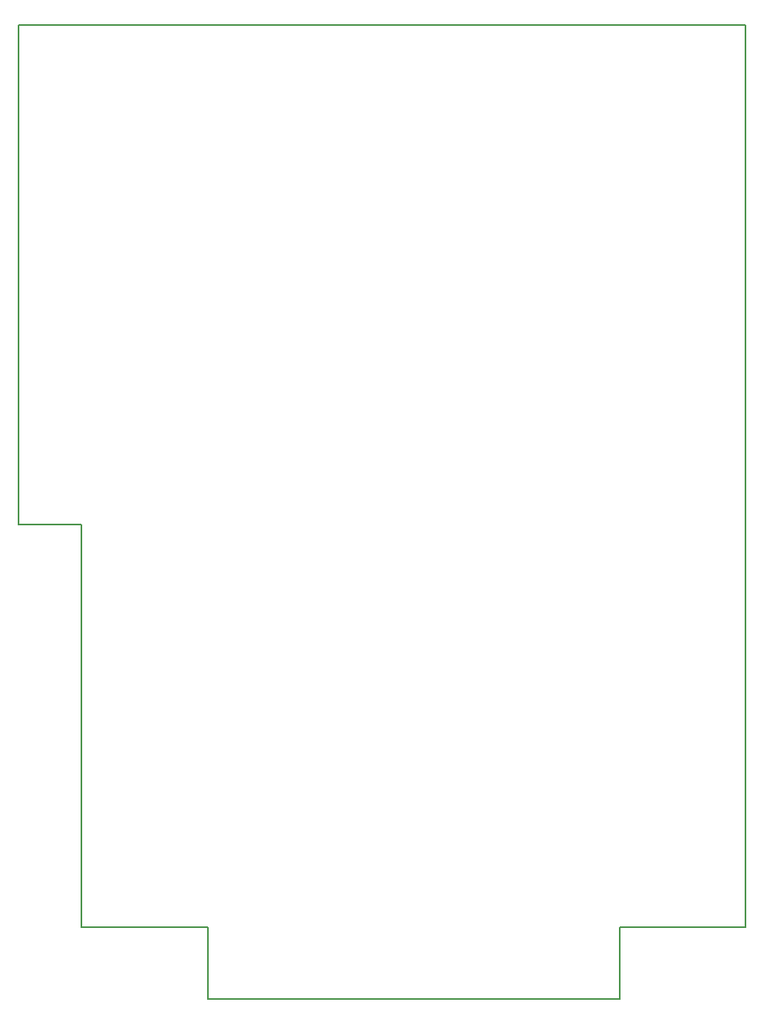
<source format=gbr>
G04 DipTrace 4.3.0.5*
G04 BoardOutline.gbr*
%MOMM*%
G04 #@! TF.FileFunction,Profile*
G04 #@! TF.Part,Single*
%ADD12C,0.14*%
%FSLAX35Y35*%
G04*
G71*
G90*
G75*
G01*
G04 BoardOutline*
%LPD*%
X-5650000Y-10220000D2*
D12*
Y-9465000D1*
X-6980000D1*
Y-5245000D1*
X-7635000D1*
Y0D1*
X0D1*
Y-9465000D1*
X-1320000D1*
Y-10220000D1*
X-5650000D1*
M02*

</source>
